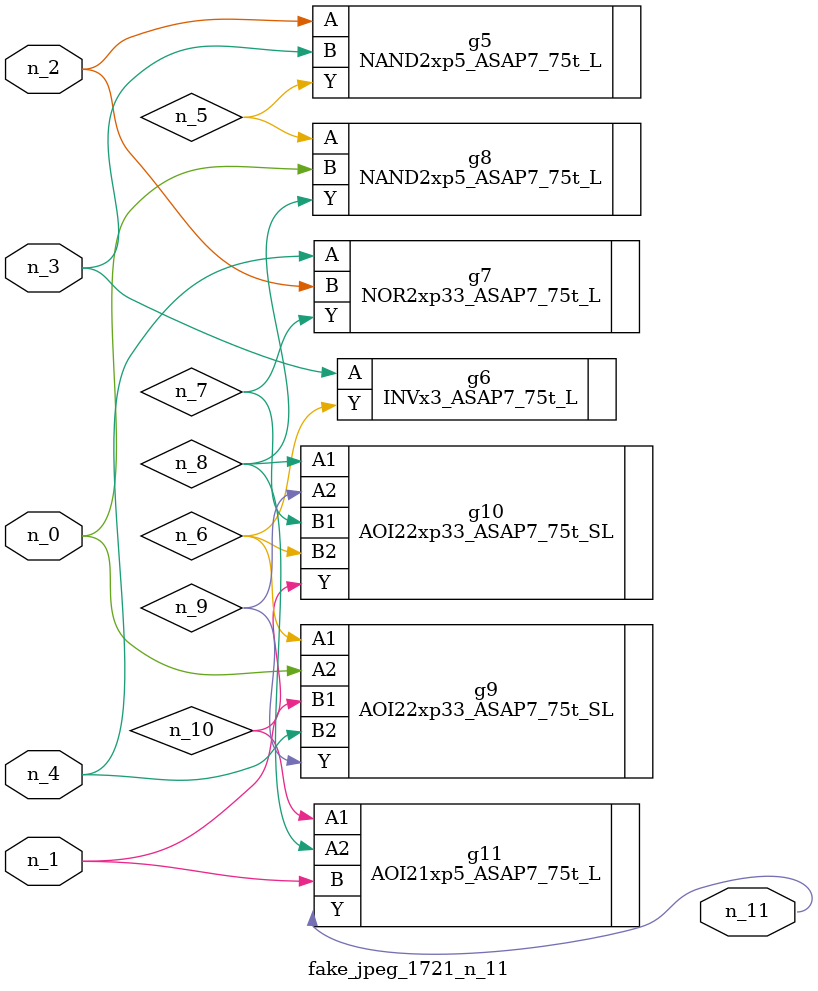
<source format=v>
module fake_jpeg_1721_n_11 (n_3, n_2, n_1, n_0, n_4, n_11);

input n_3;
input n_2;
input n_1;
input n_0;
input n_4;

output n_11;

wire n_10;
wire n_8;
wire n_9;
wire n_6;
wire n_5;
wire n_7;

NAND2xp5_ASAP7_75t_L g5 ( 
.A(n_2),
.B(n_3),
.Y(n_5)
);

INVx3_ASAP7_75t_L g6 ( 
.A(n_3),
.Y(n_6)
);

NOR2xp33_ASAP7_75t_L g7 ( 
.A(n_4),
.B(n_2),
.Y(n_7)
);

NAND2xp5_ASAP7_75t_L g8 ( 
.A(n_5),
.B(n_0),
.Y(n_8)
);

AOI22xp33_ASAP7_75t_SL g10 ( 
.A1(n_8),
.A2(n_9),
.B1(n_7),
.B2(n_6),
.Y(n_10)
);

AOI22xp33_ASAP7_75t_SL g9 ( 
.A1(n_6),
.A2(n_0),
.B1(n_1),
.B2(n_4),
.Y(n_9)
);

AOI21xp5_ASAP7_75t_L g11 ( 
.A1(n_10),
.A2(n_8),
.B(n_1),
.Y(n_11)
);


endmodule
</source>
